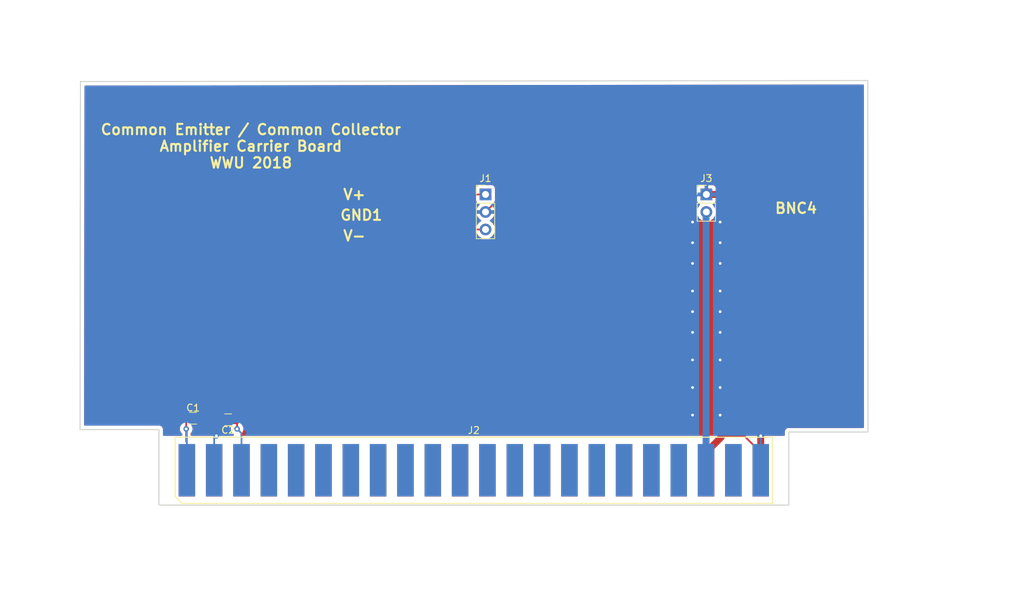
<source format=kicad_pcb>
(kicad_pcb (version 20171130) (host pcbnew 5.0-dev-unknown-997d4de~62~ubuntu17.10.1)

  (general
    (thickness 1.6)
    (drawings 21)
    (tracks 64)
    (zones 0)
    (modules 5)
    (nets 5)
  )

  (page A4)
  (layers
    (0 F.Cu signal)
    (31 B.Cu signal)
    (32 B.Adhes user)
    (33 F.Adhes user)
    (34 B.Paste user)
    (35 F.Paste user)
    (36 B.SilkS user)
    (37 F.SilkS user)
    (38 B.Mask user)
    (39 F.Mask user)
    (40 Dwgs.User user)
    (41 Cmts.User user)
    (42 Eco1.User user)
    (43 Eco2.User user)
    (44 Edge.Cuts user)
    (45 Margin user)
    (46 B.CrtYd user)
    (47 F.CrtYd user)
    (48 B.Fab user)
    (49 F.Fab user)
  )

  (setup
    (last_trace_width 0.25)
    (trace_clearance 0.2)
    (zone_clearance 0.508)
    (zone_45_only no)
    (trace_min 0.2)
    (segment_width 0.2)
    (edge_width 0.15)
    (via_size 0.8)
    (via_drill 0.4)
    (via_min_size 0.4)
    (via_min_drill 0.3)
    (uvia_size 0.3)
    (uvia_drill 0.1)
    (uvias_allowed no)
    (uvia_min_size 0.2)
    (uvia_min_drill 0.1)
    (pcb_text_width 0.3)
    (pcb_text_size 1.5 1.5)
    (mod_edge_width 0.15)
    (mod_text_size 1 1)
    (mod_text_width 0.15)
    (pad_size 1.524 1.524)
    (pad_drill 0.762)
    (pad_to_mask_clearance 0.2)
    (aux_axis_origin 0 0)
    (visible_elements FFFFFF7F)
    (pcbplotparams
      (layerselection 0x010fc_ffffffff)
      (usegerberextensions false)
      (usegerberattributes false)
      (usegerberadvancedattributes false)
      (creategerberjobfile false)
      (excludeedgelayer true)
      (linewidth 0.100000)
      (plotframeref false)
      (viasonmask false)
      (mode 1)
      (useauxorigin false)
      (hpglpennumber 1)
      (hpglpenspeed 20)
      (hpglpendiameter 15)
      (psnegative false)
      (psa4output false)
      (plotreference true)
      (plotvalue true)
      (plotinvisibletext false)
      (padsonsilk false)
      (subtractmaskfromsilk false)
      (outputformat 1)
      (mirror false)
      (drillshape 0)
      (scaleselection 1)
      (outputdirectory Gerbers/))
  )

  (net 0 "")
  (net 1 "Net-(C2-Pad1)")
  (net 2 GND)
  (net 3 "Net-(C1-Pad1)")
  (net 4 "Net-(J2-PadX)")

  (net_class Default "This is the default net class."
    (clearance 0.2)
    (trace_width 0.25)
    (via_dia 0.8)
    (via_drill 0.4)
    (uvia_dia 0.3)
    (uvia_drill 0.1)
    (add_net GND)
    (add_net "Net-(C1-Pad1)")
    (add_net "Net-(C2-Pad1)")
    (add_net "Net-(J2-PadX)")
  )

  (net_class "50 ohm" ""
    (clearance 0.2)
    (trace_width 1)
    (via_dia 0.8)
    (via_drill 0.4)
    (uvia_dia 0.3)
    (uvia_drill 0.1)
  )

  (module Capacitors_SMD:C_0805 (layer F.Cu) (tedit 58AA8463) (tstamp 5A91017B)
    (at 101.625 117.45)
    (descr "Capacitor SMD 0805, reflow soldering, AVX (see smccp.pdf)")
    (tags "capacitor 0805")
    (path /5A8FAE34)
    (attr smd)
    (fp_text reference C1 (at 0 -1.5) (layer F.SilkS)
      (effects (font (size 1 1) (thickness 0.15)))
    )
    (fp_text value "0.1 uF" (at 0 1.75) (layer F.Fab)
      (effects (font (size 1 1) (thickness 0.15)))
    )
    (fp_line (start 1.75 0.87) (end -1.75 0.87) (layer F.CrtYd) (width 0.05))
    (fp_line (start 1.75 0.87) (end 1.75 -0.88) (layer F.CrtYd) (width 0.05))
    (fp_line (start -1.75 -0.88) (end -1.75 0.87) (layer F.CrtYd) (width 0.05))
    (fp_line (start -1.75 -0.88) (end 1.75 -0.88) (layer F.CrtYd) (width 0.05))
    (fp_line (start -0.5 0.85) (end 0.5 0.85) (layer F.SilkS) (width 0.12))
    (fp_line (start 0.5 -0.85) (end -0.5 -0.85) (layer F.SilkS) (width 0.12))
    (fp_line (start -1 -0.62) (end 1 -0.62) (layer F.Fab) (width 0.1))
    (fp_line (start 1 -0.62) (end 1 0.62) (layer F.Fab) (width 0.1))
    (fp_line (start 1 0.62) (end -1 0.62) (layer F.Fab) (width 0.1))
    (fp_line (start -1 0.62) (end -1 -0.62) (layer F.Fab) (width 0.1))
    (fp_text user %R (at 0 -1.5) (layer F.Fab)
      (effects (font (size 1 1) (thickness 0.15)))
    )
    (pad 2 smd rect (at 1 0) (size 1 1.25) (layers F.Cu F.Paste F.Mask)
      (net 2 GND))
    (pad 1 smd rect (at -1 0) (size 1 1.25) (layers F.Cu F.Paste F.Mask)
      (net 3 "Net-(C1-Pad1)"))
    (model Capacitors_SMD.3dshapes/C_0805.wrl
      (at (xyz 0 0 0))
      (scale (xyz 1 1 1))
      (rotate (xyz 0 0 0))
    )
  )

  (module Capacitors_SMD:C_0805 (layer F.Cu) (tedit 58AA8463) (tstamp 5A91018C)
    (at 106.7 117.675 180)
    (descr "Capacitor SMD 0805, reflow soldering, AVX (see smccp.pdf)")
    (tags "capacitor 0805")
    (path /5A906799)
    (attr smd)
    (fp_text reference C2 (at 0 -1.5 180) (layer F.SilkS)
      (effects (font (size 1 1) (thickness 0.15)))
    )
    (fp_text value "0.1 uF" (at 0 1.75 180) (layer F.Fab)
      (effects (font (size 1 1) (thickness 0.15)))
    )
    (fp_text user %R (at 0 -1.5 180) (layer F.Fab)
      (effects (font (size 1 1) (thickness 0.15)))
    )
    (fp_line (start -1 0.62) (end -1 -0.62) (layer F.Fab) (width 0.1))
    (fp_line (start 1 0.62) (end -1 0.62) (layer F.Fab) (width 0.1))
    (fp_line (start 1 -0.62) (end 1 0.62) (layer F.Fab) (width 0.1))
    (fp_line (start -1 -0.62) (end 1 -0.62) (layer F.Fab) (width 0.1))
    (fp_line (start 0.5 -0.85) (end -0.5 -0.85) (layer F.SilkS) (width 0.12))
    (fp_line (start -0.5 0.85) (end 0.5 0.85) (layer F.SilkS) (width 0.12))
    (fp_line (start -1.75 -0.88) (end 1.75 -0.88) (layer F.CrtYd) (width 0.05))
    (fp_line (start -1.75 -0.88) (end -1.75 0.87) (layer F.CrtYd) (width 0.05))
    (fp_line (start 1.75 0.87) (end 1.75 -0.88) (layer F.CrtYd) (width 0.05))
    (fp_line (start 1.75 0.87) (end -1.75 0.87) (layer F.CrtYd) (width 0.05))
    (pad 1 smd rect (at -1 0 180) (size 1 1.25) (layers F.Cu F.Paste F.Mask)
      (net 1 "Net-(C2-Pad1)"))
    (pad 2 smd rect (at 1 0 180) (size 1 1.25) (layers F.Cu F.Paste F.Mask)
      (net 2 GND))
    (model Capacitors_SMD.3dshapes/C_0805.wrl
      (at (xyz 0 0 0))
      (scale (xyz 1 1 1))
      (rotate (xyz 0 0 0))
    )
  )

  (module Pin_Headers:Pin_Header_Straight_1x03_Pitch2.54mm (layer F.Cu) (tedit 59650532) (tstamp 5A90ACC6)
    (at 144 85)
    (descr "Through hole straight pin header, 1x03, 2.54mm pitch, single row")
    (tags "Through hole pin header THT 1x03 2.54mm single row")
    (path /5A913981)
    (fp_text reference J1 (at 0 -2.33) (layer F.SilkS)
      (effects (font (size 1 1) (thickness 0.15)))
    )
    (fp_text value Conn_01x03_Female (at 0 7.41) (layer F.Fab)
      (effects (font (size 1 1) (thickness 0.15)))
    )
    (fp_text user %R (at 0 2.54 90) (layer F.Fab)
      (effects (font (size 1 1) (thickness 0.15)))
    )
    (fp_line (start 1.8 -1.8) (end -1.8 -1.8) (layer F.CrtYd) (width 0.05))
    (fp_line (start 1.8 6.85) (end 1.8 -1.8) (layer F.CrtYd) (width 0.05))
    (fp_line (start -1.8 6.85) (end 1.8 6.85) (layer F.CrtYd) (width 0.05))
    (fp_line (start -1.8 -1.8) (end -1.8 6.85) (layer F.CrtYd) (width 0.05))
    (fp_line (start -1.33 -1.33) (end 0 -1.33) (layer F.SilkS) (width 0.12))
    (fp_line (start -1.33 0) (end -1.33 -1.33) (layer F.SilkS) (width 0.12))
    (fp_line (start -1.33 1.27) (end 1.33 1.27) (layer F.SilkS) (width 0.12))
    (fp_line (start 1.33 1.27) (end 1.33 6.41) (layer F.SilkS) (width 0.12))
    (fp_line (start -1.33 1.27) (end -1.33 6.41) (layer F.SilkS) (width 0.12))
    (fp_line (start -1.33 6.41) (end 1.33 6.41) (layer F.SilkS) (width 0.12))
    (fp_line (start -1.27 -0.635) (end -0.635 -1.27) (layer F.Fab) (width 0.1))
    (fp_line (start -1.27 6.35) (end -1.27 -0.635) (layer F.Fab) (width 0.1))
    (fp_line (start 1.27 6.35) (end -1.27 6.35) (layer F.Fab) (width 0.1))
    (fp_line (start 1.27 -1.27) (end 1.27 6.35) (layer F.Fab) (width 0.1))
    (fp_line (start -0.635 -1.27) (end 1.27 -1.27) (layer F.Fab) (width 0.1))
    (pad 3 thru_hole oval (at 0 5.08) (size 1.7 1.7) (drill 1) (layers *.Cu *.Mask)
      (net 1 "Net-(C2-Pad1)"))
    (pad 2 thru_hole oval (at 0 2.54) (size 1.7 1.7) (drill 1) (layers *.Cu *.Mask)
      (net 2 GND))
    (pad 1 thru_hole rect (at 0 0) (size 1.7 1.7) (drill 1) (layers *.Cu *.Mask)
      (net 3 "Net-(C1-Pad1)"))
    (model ${KISYS3DMOD}/Pin_Headers.3dshapes/Pin_Header_Straight_1x03_Pitch2.54mm.wrl
      (at (xyz 0 0 0))
      (scale (xyz 1 1 1))
      (rotate (xyz 0 0 0))
    )
  )

  (module Carrier:Edge-22-44 (layer F.Cu) (tedit 5A909D6E) (tstamp 5A9101DC)
    (at 142.300001 125.0075)
    (path /5A91658E)
    (attr smd)
    (fp_text reference J2 (at 0 -5.8) (layer F.SilkS)
      (effects (font (size 1 1) (thickness 0.15)))
    )
    (fp_text value Conn_02x22_Top_Bottom (at 0 5.8) (layer F.Fab)
      (effects (font (size 1 1) (thickness 0.15)))
    )
    (fp_line (start -42.275 4.8) (end -43.275 3.8) (layer F.SilkS) (width 0.15))
    (fp_line (start -43.275 3.8) (end -43.275 -4.8) (layer F.SilkS) (width 0.15))
    (fp_line (start -43.275 -4.8) (end 43.275 -4.8) (layer F.SilkS) (width 0.15))
    (fp_line (start 43.275 -4.8) (end 43.275 4.8) (layer F.SilkS) (width 0.15))
    (fp_line (start 43.275 4.8) (end -42.275 4.8) (layer F.SilkS) (width 0.15))
    (fp_line (start -43.35 -4.4) (end 43.35 -4.4) (layer F.CrtYd) (width 0.05))
    (fp_line (start 43.35 -4.4) (end 43.35 4.4) (layer F.CrtYd) (width 0.05))
    (fp_line (start 43.35 4.4) (end -43.35 4.4) (layer F.CrtYd) (width 0.05))
    (fp_line (start -43.35 4.4) (end -43.35 -4.4) (layer F.CrtYd) (width 0.05))
    (pad 1 smd rect (at -41.58 0) (size 2.39 7.6) (layers F.Cu F.Paste F.Mask))
    (pad 2 smd rect (at -37.62 0) (size 2.39 7.6) (layers F.Cu F.Paste F.Mask))
    (pad 3 smd rect (at -33.66 0) (size 2.39 7.6) (layers F.Cu F.Paste F.Mask))
    (pad 4 smd rect (at -29.7 0) (size 2.39 7.6) (layers F.Cu F.Paste F.Mask))
    (pad 5 smd rect (at -25.74 0) (size 2.39 7.6) (layers F.Cu F.Paste F.Mask))
    (pad 6 smd rect (at -21.78 0) (size 2.39 7.6) (layers F.Cu F.Paste F.Mask))
    (pad 7 smd rect (at -17.82 0) (size 2.39 7.6) (layers F.Cu F.Paste F.Mask))
    (pad 8 smd rect (at -13.86 0) (size 2.39 7.6) (layers F.Cu F.Paste F.Mask))
    (pad 9 smd rect (at -9.9 0) (size 2.39 7.6) (layers F.Cu F.Paste F.Mask))
    (pad 10 smd rect (at -5.94 0) (size 2.39 7.6) (layers F.Cu F.Paste F.Mask))
    (pad 11 smd rect (at -1.98 0) (size 2.39 7.6) (layers F.Cu F.Paste F.Mask))
    (pad 12 smd rect (at 1.98 0) (size 2.39 7.6) (layers F.Cu F.Paste F.Mask))
    (pad 13 smd rect (at 5.94 0) (size 2.39 7.6) (layers F.Cu F.Paste F.Mask))
    (pad 14 smd rect (at 9.9 0) (size 2.39 7.6) (layers F.Cu F.Paste F.Mask))
    (pad 15 smd rect (at 13.86 0) (size 2.39 7.6) (layers F.Cu F.Paste F.Mask))
    (pad 16 smd rect (at 17.82 0) (size 2.39 7.6) (layers F.Cu F.Paste F.Mask))
    (pad 17 smd rect (at 21.78 0) (size 2.39 7.6) (layers F.Cu F.Paste F.Mask))
    (pad 18 smd rect (at 25.74 0) (size 2.39 7.6) (layers F.Cu F.Paste F.Mask))
    (pad 19 smd rect (at 29.7 0) (size 2.39 7.6) (layers F.Cu F.Paste F.Mask))
    (pad 20 smd rect (at 33.66 0) (size 2.39 7.6) (layers F.Cu F.Paste F.Mask)
      (net 2 GND))
    (pad 21 smd rect (at 37.62 0) (size 2.39 7.6) (layers F.Cu F.Paste F.Mask))
    (pad 22 smd rect (at 41.58 0) (size 2.39 7.6) (layers F.Cu F.Paste F.Mask)
      (net 2 GND))
    (pad Y smd rect (at 37.62 -0.017678) (size 2.39 7.6) (layers B.Cu B.Paste B.Mask))
    (pad A smd rect (at -41.58 -0.017678) (size 2.39 7.6) (layers B.Cu B.Paste B.Mask)
      (net 3 "Net-(C1-Pad1)"))
    (pad H smd rect (at -17.82 -0.017678) (size 2.39 7.6) (layers B.Cu B.Paste B.Mask))
    (pad B smd rect (at -37.62 -0.017678) (size 2.39 7.6) (layers B.Cu B.Paste B.Mask)
      (net 2 GND))
    (pad Z smd rect (at 41.58 -0.017678) (size 2.39 7.6) (layers B.Cu B.Paste B.Mask)
      (net 2 GND))
    (pad R smd rect (at 9.9 -0.017678) (size 2.39 7.6) (layers B.Cu B.Paste B.Mask))
    (pad L smd rect (at -5.94 -0.017678) (size 2.39 7.6) (layers B.Cu B.Paste B.Mask))
    (pad J smd rect (at -13.86 -0.017678) (size 2.39 7.6) (layers B.Cu B.Paste B.Mask))
    (pad E smd rect (at -25.74 -0.017678) (size 2.39 7.6) (layers B.Cu B.Paste B.Mask))
    (pad C smd rect (at -33.66 -0.017678) (size 2.39 7.6) (layers B.Cu B.Paste B.Mask)
      (net 1 "Net-(C2-Pad1)"))
    (pad D smd rect (at -29.7 -0.017678) (size 2.39 7.6) (layers B.Cu B.Paste B.Mask))
    (pad W smd rect (at 29.7 -0.017678) (size 2.39 7.6) (layers B.Cu B.Paste B.Mask))
    (pad T smd rect (at 17.82 -0.017678) (size 2.39 7.6) (layers B.Cu B.Paste B.Mask))
    (pad K smd rect (at -9.9 -0.017678) (size 2.39 7.6) (layers B.Cu B.Paste B.Mask))
    (pad X smd rect (at 33.66 -0.017678) (size 2.39 7.6) (layers B.Cu B.Paste B.Mask)
      (net 4 "Net-(J2-PadX)"))
    (pad M smd rect (at -1.98 -0.017678) (size 2.39 7.6) (layers B.Cu B.Paste B.Mask))
    (pad S smd rect (at 13.86 -0.017678) (size 2.39 7.6) (layers B.Cu B.Paste B.Mask))
    (pad N smd rect (at 1.98 -0.017678) (size 2.39 7.6) (layers B.Cu B.Paste B.Mask))
    (pad P smd rect (at 5.94 -0.017678) (size 2.39 7.6) (layers B.Cu B.Paste B.Mask))
    (pad U smd rect (at 21.78 -0.017678) (size 2.39 7.6) (layers B.Cu B.Paste B.Mask))
    (pad F smd rect (at -21.78 -0.017678) (size 2.39 7.6) (layers B.Cu B.Paste B.Mask))
    (pad V smd rect (at 25.74 -0.017678) (size 2.39 7.6) (layers B.Cu B.Paste B.Mask))
  )

  (module Pin_Headers:Pin_Header_Straight_1x02_Pitch2.54mm (layer F.Cu) (tedit 59650532) (tstamp 5A90A948)
    (at 176 85)
    (descr "Through hole straight pin header, 1x02, 2.54mm pitch, single row")
    (tags "Through hole pin header THT 1x02 2.54mm single row")
    (path /5A8FACE1)
    (fp_text reference J3 (at 0 -2.33) (layer F.SilkS)
      (effects (font (size 1 1) (thickness 0.15)))
    )
    (fp_text value Conn_01x02_Female (at 0 4.87) (layer F.Fab)
      (effects (font (size 1 1) (thickness 0.15)))
    )
    (fp_text user %R (at 0 1.27 90) (layer F.Fab)
      (effects (font (size 1 1) (thickness 0.15)))
    )
    (fp_line (start 1.8 -1.8) (end -1.8 -1.8) (layer F.CrtYd) (width 0.05))
    (fp_line (start 1.8 4.35) (end 1.8 -1.8) (layer F.CrtYd) (width 0.05))
    (fp_line (start -1.8 4.35) (end 1.8 4.35) (layer F.CrtYd) (width 0.05))
    (fp_line (start -1.8 -1.8) (end -1.8 4.35) (layer F.CrtYd) (width 0.05))
    (fp_line (start -1.33 -1.33) (end 0 -1.33) (layer F.SilkS) (width 0.12))
    (fp_line (start -1.33 0) (end -1.33 -1.33) (layer F.SilkS) (width 0.12))
    (fp_line (start -1.33 1.27) (end 1.33 1.27) (layer F.SilkS) (width 0.12))
    (fp_line (start 1.33 1.27) (end 1.33 3.87) (layer F.SilkS) (width 0.12))
    (fp_line (start -1.33 1.27) (end -1.33 3.87) (layer F.SilkS) (width 0.12))
    (fp_line (start -1.33 3.87) (end 1.33 3.87) (layer F.SilkS) (width 0.12))
    (fp_line (start -1.27 -0.635) (end -0.635 -1.27) (layer F.Fab) (width 0.1))
    (fp_line (start -1.27 3.81) (end -1.27 -0.635) (layer F.Fab) (width 0.1))
    (fp_line (start 1.27 3.81) (end -1.27 3.81) (layer F.Fab) (width 0.1))
    (fp_line (start 1.27 -1.27) (end 1.27 3.81) (layer F.Fab) (width 0.1))
    (fp_line (start -0.635 -1.27) (end 1.27 -1.27) (layer F.Fab) (width 0.1))
    (pad 2 thru_hole oval (at 0 2.54) (size 1.7 1.7) (drill 1) (layers *.Cu *.Mask)
      (net 4 "Net-(J2-PadX)"))
    (pad 1 thru_hole rect (at 0 0) (size 1.7 1.7) (drill 1) (layers *.Cu *.Mask)
      (net 2 GND))
    (model ${KISYS3DMOD}/Pin_Headers.3dshapes/Pin_Header_Straight_1x02_Pitch2.54mm.wrl
      (at (xyz 0 0 0))
      (scale (xyz 1 1 1))
      (rotate (xyz 0 0 0))
    )
  )

  (gr_text BNC4 (at 189 87) (layer F.SilkS)
    (effects (font (size 1.5 1.5) (thickness 0.3)))
  )
  (gr_text V- (at 125 91) (layer F.SilkS)
    (effects (font (size 1.5 1.5) (thickness 0.3)))
  )
  (gr_text GND1 (at 126 88) (layer F.SilkS)
    (effects (font (size 1.5 1.5) (thickness 0.3)))
  )
  (gr_text V+ (at 125 85) (layer F.SilkS)
    (effects (font (size 1.5 1.5) (thickness 0.3)))
  )
  (gr_line (start 199.4 68.475) (end 85.3 68.625) (layer Edge.Cuts) (width 0.15))
  (gr_text "Common Emitter / Common Collector\nAmplifier Carrier Board\nWWU 2018" (at 110 78) (layer F.SilkS)
    (effects (font (size 1.5 1.5) (thickness 0.3)))
  )
  (dimension 115 (width 0.3) (layer F.Fab)
    (gr_text "115.000 mm" (at 142.5 58.65) (layer F.Fab)
      (effects (font (size 1.5 1.5) (thickness 0.3)))
    )
    (feature1 (pts (xy 85 68) (xy 85 57.3)))
    (feature2 (pts (xy 200 68) (xy 200 57.3)))
    (crossbar (pts (xy 200 60) (xy 85 60)))
    (arrow1a (pts (xy 85 60) (xy 86.126504 59.413579)))
    (arrow1b (pts (xy 85 60) (xy 86.126504 60.586421)))
    (arrow2a (pts (xy 200 60) (xy 198.873496 59.413579)))
    (arrow2b (pts (xy 200 60) (xy 198.873496 60.586421)))
  )
  (dimension 62 (width 0.3) (layer F.Fab)
    (gr_text "62.000 mm" (at 219.35 99 90) (layer F.Fab)
      (effects (font (size 1.5 1.5) (thickness 0.3)))
    )
    (feature1 (pts (xy 200 68) (xy 220.7 68)))
    (feature2 (pts (xy 200 130) (xy 220.7 130)))
    (crossbar (pts (xy 218 130) (xy 218 68)))
    (arrow1a (pts (xy 218 68) (xy 218.586421 69.126504)))
    (arrow1b (pts (xy 218 68) (xy 217.413579 69.126504)))
    (arrow2a (pts (xy 218 130) (xy 218.586421 128.873496)))
    (arrow2b (pts (xy 218 130) (xy 217.413579 128.873496)))
  )
  (dimension 50.8 (width 0.3) (layer F.Fab) (tstamp 5A91045F)
    (gr_text "2.0000 in" (at 200.242421 93.937894 90) (layer F.Fab) (tstamp 5A91045F)
      (effects (font (size 1.5 1.5) (thickness 0.3)))
    )
    (feature1 (pts (xy 206.672421 68.537894) (xy 198.892421 68.537894)))
    (feature2 (pts (xy 206.672421 119.337894) (xy 198.892421 119.337894)))
    (crossbar (pts (xy 201.592421 119.337894) (xy 201.592421 68.537894)))
    (arrow1a (pts (xy 201.592421 68.537894) (xy 202.178842 69.664398)))
    (arrow1b (pts (xy 201.592421 68.537894) (xy 201.006 69.664398)))
    (arrow2a (pts (xy 201.592421 119.337894) (xy 202.178842 118.21139)))
    (arrow2b (pts (xy 201.592421 119.337894) (xy 201.006 118.21139)))
  )
  (dimension 50.8 (width 0.3) (layer F.Fab)
    (gr_text "2.0000 in" (at 79.93 93.98 90) (layer F.Fab)
      (effects (font (size 1.5 1.5) (thickness 0.3)))
    )
    (feature1 (pts (xy 86.36 68.58) (xy 78.58 68.58)))
    (feature2 (pts (xy 86.36 119.38) (xy 78.58 119.38)))
    (crossbar (pts (xy 81.28 119.38) (xy 81.28 68.58)))
    (arrow1a (pts (xy 81.28 68.58) (xy 81.866421 69.706504)))
    (arrow1b (pts (xy 81.28 68.58) (xy 80.693579 69.706504)))
    (arrow2a (pts (xy 81.28 119.38) (xy 81.866421 118.253496)))
    (arrow2b (pts (xy 81.28 119.38) (xy 80.693579 118.253496)))
  )
  (gr_line (start 85.25 119.1) (end 85.3 68.625) (layer Edge.Cuts) (width 0.15))
  (gr_line (start 96.675 119.1) (end 85.25 119.1) (layer Edge.Cuts) (width 0.15))
  (gr_line (start 96.675 130.05) (end 96.675 119.1) (layer Edge.Cuts) (width 0.15))
  (gr_line (start 199.425 119.45) (end 199.4 68.475) (layer Edge.Cuts) (width 0.15))
  (gr_line (start 187.95 119.45) (end 199.425 119.45) (layer Edge.Cuts) (width 0.15))
  (dimension 57.12535 (width 0.3) (layer F.Fab) (tstamp 5A910436)
    (gr_text "57.125 mm" (at 113.801113 117.753683 359.7994029) (layer F.Fab) (tstamp 5A910436)
      (effects (font (size 1.5 1.5) (thickness 0.3)))
    )
    (feature1 (pts (xy 142.278476 142.17104) (xy 142.36834 116.503692)))
    (feature2 (pts (xy 85.153476 141.97104) (xy 85.24334 116.303692)))
    (crossbar (pts (xy 85.233887 119.003675) (xy 142.358887 119.203675)))
    (arrow1a (pts (xy 142.358887 119.203675) (xy 141.230337 119.786148)))
    (arrow1b (pts (xy 142.358887 119.203675) (xy 141.234443 118.613314)))
    (arrow2a (pts (xy 85.233887 119.003675) (xy 86.358331 119.594036)))
    (arrow2b (pts (xy 85.233887 119.003675) (xy 86.362437 118.421202)))
  )
  (dimension 57.12535 (width 0.3) (layer F.Fab) (tstamp 5A910431)
    (gr_text "57.125 mm" (at 170.922637 117.957643 359.7994029) (layer F.Fab) (tstamp 5A910431)
      (effects (font (size 1.5 1.5) (thickness 0.3)))
    )
    (feature1 (pts (xy 199.4 142.375) (xy 199.489864 116.707652)))
    (feature2 (pts (xy 142.275 142.175) (xy 142.364864 116.507652)))
    (crossbar (pts (xy 142.355411 119.207635) (xy 199.480411 119.407635)))
    (arrow1a (pts (xy 199.480411 119.407635) (xy 198.351861 119.990108)))
    (arrow1b (pts (xy 199.480411 119.407635) (xy 198.355967 118.817274)))
    (arrow2a (pts (xy 142.355411 119.207635) (xy 143.479855 119.797996)))
    (arrow2b (pts (xy 142.355411 119.207635) (xy 143.483961 118.625162)))
  )
  (gr_line (start 187.95 130.05) (end 187.95 119.45) (layer Edge.Cuts) (width 0.15))
  (gr_line (start 96.675 130.05) (end 187.95 130.05) (layer Edge.Cuts) (width 0.15))
  (dimension 45.65 (width 0.3) (layer F.Fab)
    (gr_text "45.650 mm" (at 165.125 140.775) (layer F.Fab)
      (effects (font (size 1.5 1.5) (thickness 0.3)))
    )
    (feature1 (pts (xy 187.95 129.725) (xy 187.95 142.125)))
    (feature2 (pts (xy 142.3 129.725) (xy 142.3 142.125)))
    (crossbar (pts (xy 142.3 139.425) (xy 187.95 139.425)))
    (arrow1a (pts (xy 187.95 139.425) (xy 186.823496 140.011421)))
    (arrow1b (pts (xy 187.95 139.425) (xy 186.823496 138.838579)))
    (arrow2a (pts (xy 142.3 139.425) (xy 143.426504 140.011421)))
    (arrow2b (pts (xy 142.3 139.425) (xy 143.426504 138.838579)))
  )
  (dimension 45.650007 (width 0.3) (layer F.Fab)
    (gr_text "45.650 mm" (at 119.481065 140.787456 0.03137775125) (layer F.Fab)
      (effects (font (size 1.5 1.5) (thickness 0.3)))
    )
    (feature1 (pts (xy 96.65 129.725) (xy 96.656805 142.149956)))
    (feature2 (pts (xy 142.3 129.7) (xy 142.306805 142.124956)))
    (crossbar (pts (xy 142.305326 139.424956) (xy 96.655326 139.449956)))
    (arrow1a (pts (xy 96.655326 139.449956) (xy 97.781508 138.862918)))
    (arrow1b (pts (xy 96.655326 139.449956) (xy 97.782151 140.03576)))
    (arrow2a (pts (xy 142.305326 139.424956) (xy 141.178501 138.839152)))
    (arrow2b (pts (xy 142.305326 139.424956) (xy 141.179144 140.011994)))
  )

  (segment (start 108 119) (end 108 117.975) (width 0.25) (layer F.Cu) (net 1))
  (segment (start 108 117.975) (end 107.7 117.675) (width 0.25) (layer F.Cu) (net 1))
  (segment (start 108.640001 119.640001) (end 108 119) (width 0.25) (layer B.Cu) (net 1))
  (segment (start 108.640001 124.989822) (end 108.640001 119.640001) (width 0.25) (layer B.Cu) (net 1))
  (via (at 108 119) (size 0.8) (drill 0.4) (layers F.Cu B.Cu) (net 1))
  (segment (start 144 90.08) (end 135.17 90.08) (width 0.25) (layer F.Cu) (net 1))
  (segment (start 135.17 90.08) (end 107.7 117.55) (width 0.25) (layer F.Cu) (net 1))
  (segment (start 107.7 117.55) (end 107.7 117.675) (width 0.25) (layer F.Cu) (net 1))
  (via (at 178 117) (size 0.8) (drill 0.4) (layers F.Cu B.Cu) (net 2))
  (via (at 178 113) (size 0.8) (drill 0.4) (layers F.Cu B.Cu) (net 2))
  (via (at 178 109) (size 0.8) (drill 0.4) (layers F.Cu B.Cu) (net 2))
  (via (at 178 105) (size 0.8) (drill 0.4) (layers F.Cu B.Cu) (net 2))
  (via (at 178 102) (size 0.8) (drill 0.4) (layers F.Cu B.Cu) (net 2))
  (via (at 178 99) (size 0.8) (drill 0.4) (layers F.Cu B.Cu) (net 2))
  (via (at 178 95) (size 0.8) (drill 0.4) (layers F.Cu B.Cu) (net 2))
  (via (at 178 92) (size 0.8) (drill 0.4) (layers F.Cu B.Cu) (net 2))
  (via (at 178 89) (size 0.8) (drill 0.4) (layers F.Cu B.Cu) (net 2))
  (segment (start 178.155001 120.2075) (end 178.362501 120) (width 0.25) (layer F.Cu) (net 2))
  (segment (start 178.362501 120) (end 181.477501 120) (width 0.25) (layer F.Cu) (net 2))
  (segment (start 181.477501 120) (end 183.880001 122.4025) (width 0.25) (layer F.Cu) (net 2))
  (segment (start 183.880001 122.4025) (end 183.880001 125.0075) (width 0.25) (layer F.Cu) (net 2))
  (via (at 174 117) (size 0.8) (drill 0.4) (layers F.Cu B.Cu) (net 2))
  (via (at 174 113) (size 0.8) (drill 0.4) (layers F.Cu B.Cu) (net 2))
  (via (at 174 109) (size 0.8) (drill 0.4) (layers F.Cu B.Cu) (net 2))
  (via (at 174 105) (size 0.8) (drill 0.4) (layers F.Cu B.Cu) (net 2))
  (via (at 174 102) (size 0.8) (drill 0.4) (layers F.Cu B.Cu) (net 2))
  (via (at 174 99) (size 0.8) (drill 0.4) (layers F.Cu B.Cu) (net 2))
  (via (at 174 95) (size 0.8) (drill 0.4) (layers F.Cu B.Cu) (net 2))
  (via (at 174 92) (size 0.8) (drill 0.4) (layers F.Cu B.Cu) (net 2))
  (via (at 174 89) (size 0.8) (drill 0.4) (layers F.Cu B.Cu) (net 2))
  (segment (start 183.880001 120) (end 183.880001 91.030001) (width 1) (layer F.Cu) (net 2))
  (segment (start 183.880001 124.989822) (end 183.880001 120) (width 0.25) (layer B.Cu) (net 2))
  (via (at 183.880001 120) (size 0.8) (drill 0.4) (layers F.Cu B.Cu) (net 2))
  (segment (start 183.880001 125.0075) (end 183.880001 120) (width 1) (layer F.Cu) (net 2))
  (segment (start 144 87.54) (end 146.54 85) (width 0.25) (layer F.Cu) (net 2))
  (segment (start 146.54 85) (end 176 85) (width 0.25) (layer F.Cu) (net 2))
  (segment (start 105.7 117.675) (end 105.7 117.55) (width 0.25) (layer F.Cu) (net 2))
  (segment (start 105.7 117.55) (end 135.71 87.54) (width 0.25) (layer F.Cu) (net 2))
  (segment (start 135.71 87.54) (end 142.797919 87.54) (width 0.25) (layer F.Cu) (net 2))
  (segment (start 142.797919 87.54) (end 144 87.54) (width 0.25) (layer F.Cu) (net 2))
  (segment (start 102.625 117.45) (end 105.475 117.45) (width 0.25) (layer F.Cu) (net 2))
  (segment (start 105.475 117.45) (end 105.7 117.675) (width 0.25) (layer F.Cu) (net 2))
  (segment (start 105 120) (end 105.7 119.3) (width 0.25) (layer F.Cu) (net 2))
  (segment (start 105.7 119.3) (end 105.7 117.675) (width 0.25) (layer F.Cu) (net 2))
  (segment (start 104.680001 120.319999) (end 105 120) (width 0.25) (layer B.Cu) (net 2))
  (segment (start 104.680001 124.989822) (end 104.680001 120.319999) (width 0.25) (layer B.Cu) (net 2))
  (via (at 105 120) (size 0.8) (drill 0.4) (layers F.Cu B.Cu) (net 2))
  (segment (start 175.960001 125.0075) (end 175.960001 122.4025) (width 1) (layer F.Cu) (net 2))
  (segment (start 175.960001 122.4025) (end 178.155001 120.2075) (width 1) (layer F.Cu) (net 2))
  (segment (start 177.85 85) (end 176 85) (width 1) (layer F.Cu) (net 2))
  (segment (start 178.155001 85.305001) (end 177.85 85) (width 1) (layer F.Cu) (net 2))
  (segment (start 183.880001 91.030001) (end 177.85 85) (width 1) (layer F.Cu) (net 2))
  (segment (start 183.880001 122.4025) (end 183.477501 122) (width 0.25) (layer F.Cu) (net 2))
  (segment (start 183.477501 122) (end 183 122) (width 0.25) (layer F.Cu) (net 2))
  (segment (start 100.625 119) (end 100.625 120.882499) (width 0.25) (layer F.Cu) (net 3))
  (segment (start 100.625 117.45) (end 100.625 119) (width 0.25) (layer F.Cu) (net 3))
  (segment (start 100.720001 124.989822) (end 100.720001 119.095001) (width 0.25) (layer B.Cu) (net 3))
  (via (at 100.625 119) (size 0.8) (drill 0.4) (layers F.Cu B.Cu) (net 3))
  (segment (start 100.720001 119.095001) (end 100.625 119) (width 0.25) (layer B.Cu) (net 3))
  (segment (start 144 85) (end 132.95 85) (width 0.25) (layer F.Cu) (net 3))
  (segment (start 100.625 117.325) (end 100.625 117.45) (width 0.25) (layer F.Cu) (net 3))
  (segment (start 132.95 85) (end 100.625 117.325) (width 0.25) (layer F.Cu) (net 3))
  (segment (start 175.960001 124.989822) (end 175.960001 87.579999) (width 1) (layer B.Cu) (net 4))
  (segment (start 175.960001 87.579999) (end 176 87.54) (width 1) (layer B.Cu) (net 4))

  (zone (net 2) (net_name GND) (layer F.Cu) (tstamp 0) (hatch edge 0.508)
    (connect_pads (clearance 0.508))
    (min_thickness 0.254)
    (fill yes (arc_segments 16) (thermal_gap 0.508) (thermal_bridge_width 0.508))
    (polygon
      (pts
        (xy 199 120) (xy 85 120) (xy 85 69) (xy 199 69)
      )
    )
    (filled_polygon
      (pts
        (xy 198.714652 118.74) (xy 188.019926 118.74) (xy 187.95 118.726091) (xy 187.880075 118.74) (xy 187.880074 118.74)
        (xy 187.672972 118.781195) (xy 187.438119 118.938119) (xy 187.281195 119.172972) (xy 187.226091 119.45) (xy 187.240001 119.519931)
        (xy 187.240001 119.873) (xy 108.590711 119.873) (xy 108.877431 119.58628) (xy 109.035 119.205874) (xy 109.035 118.794126)
        (xy 108.877431 118.41372) (xy 108.833549 118.369838) (xy 108.84744 118.3) (xy 108.84744 117.477361) (xy 135.484802 90.84)
        (xy 142.721822 90.84) (xy 142.929375 91.150625) (xy 143.420582 91.478839) (xy 143.853744 91.565) (xy 144.146256 91.565)
        (xy 144.579418 91.478839) (xy 145.070625 91.150625) (xy 145.398839 90.659418) (xy 145.514092 90.08) (xy 145.398839 89.500582)
        (xy 145.070625 89.009375) (xy 144.751522 88.796157) (xy 144.881358 88.735183) (xy 145.271645 88.306924) (xy 145.441476 87.89689)
        (xy 145.320155 87.667) (xy 144.127 87.667) (xy 144.127 87.687) (xy 143.873 87.687) (xy 143.873 87.667)
        (xy 142.679845 87.667) (xy 142.558524 87.89689) (xy 142.728355 88.306924) (xy 143.118642 88.735183) (xy 143.248478 88.796157)
        (xy 142.929375 89.009375) (xy 142.721822 89.32) (xy 135.244848 89.32) (xy 135.17 89.305112) (xy 135.095152 89.32)
        (xy 135.095148 89.32) (xy 134.873463 89.364096) (xy 134.622071 89.532071) (xy 134.579671 89.595527) (xy 107.772639 116.40256)
        (xy 107.2 116.40256) (xy 106.952235 116.451843) (xy 106.742191 116.592191) (xy 106.701346 116.65332) (xy 106.559698 116.511673)
        (xy 106.326309 116.415) (xy 105.98575 116.415) (xy 105.827 116.57375) (xy 105.827 117.548) (xy 105.847 117.548)
        (xy 105.847 117.802) (xy 105.827 117.802) (xy 105.827 118.77625) (xy 105.98575 118.935) (xy 106.326309 118.935)
        (xy 106.559698 118.838327) (xy 106.701346 118.69668) (xy 106.742191 118.757809) (xy 106.952235 118.898157) (xy 106.965 118.900696)
        (xy 106.965 119.205874) (xy 107.122569 119.58628) (xy 107.409289 119.873) (xy 101.385 119.873) (xy 101.385 119.703711)
        (xy 101.502431 119.58628) (xy 101.66 119.205874) (xy 101.66 118.794126) (xy 101.55849 118.549059) (xy 101.582809 118.532809)
        (xy 101.623654 118.47168) (xy 101.765302 118.613327) (xy 101.998691 118.71) (xy 102.33925 118.71) (xy 102.498 118.55125)
        (xy 102.498 117.577) (xy 102.752 117.577) (xy 102.752 118.55125) (xy 102.91075 118.71) (xy 103.251309 118.71)
        (xy 103.484698 118.613327) (xy 103.663327 118.434699) (xy 103.76 118.20131) (xy 103.76 117.96075) (xy 104.565 117.96075)
        (xy 104.565 118.42631) (xy 104.661673 118.659699) (xy 104.840302 118.838327) (xy 105.073691 118.935) (xy 105.41425 118.935)
        (xy 105.573 118.77625) (xy 105.573 117.802) (xy 104.72375 117.802) (xy 104.565 117.96075) (xy 103.76 117.96075)
        (xy 103.76 117.73575) (xy 103.60125 117.577) (xy 102.752 117.577) (xy 102.498 117.577) (xy 102.478 117.577)
        (xy 102.478 117.323) (xy 102.498 117.323) (xy 102.498 117.303) (xy 102.752 117.303) (xy 102.752 117.323)
        (xy 103.60125 117.323) (xy 103.76 117.16425) (xy 103.76 116.92369) (xy 104.565 116.92369) (xy 104.565 117.38925)
        (xy 104.72375 117.548) (xy 105.573 117.548) (xy 105.573 116.57375) (xy 105.41425 116.415) (xy 105.073691 116.415)
        (xy 104.840302 116.511673) (xy 104.661673 116.690301) (xy 104.565 116.92369) (xy 103.76 116.92369) (xy 103.76 116.69869)
        (xy 103.663327 116.465301) (xy 103.484698 116.286673) (xy 103.251309 116.19) (xy 102.91075 116.19) (xy 102.752002 116.348748)
        (xy 102.752002 116.272799) (xy 131.484802 87.54) (xy 174.485908 87.54) (xy 174.601161 88.119418) (xy 174.929375 88.610625)
        (xy 175.420582 88.938839) (xy 175.853744 89.025) (xy 176.146256 89.025) (xy 176.579418 88.938839) (xy 177.070625 88.610625)
        (xy 177.398839 88.119418) (xy 177.514092 87.54) (xy 177.398839 86.960582) (xy 177.070625 86.469375) (xy 177.048967 86.454904)
        (xy 177.209698 86.388327) (xy 177.388327 86.209699) (xy 177.485 85.97631) (xy 177.485 85.28575) (xy 177.32625 85.127)
        (xy 176.127 85.127) (xy 176.127 85.147) (xy 175.873 85.147) (xy 175.873 85.127) (xy 174.67375 85.127)
        (xy 174.515 85.28575) (xy 174.515 85.97631) (xy 174.611673 86.209699) (xy 174.790302 86.388327) (xy 174.951033 86.454904)
        (xy 174.929375 86.469375) (xy 174.601161 86.960582) (xy 174.485908 87.54) (xy 131.484802 87.54) (xy 133.264803 85.76)
        (xy 142.50256 85.76) (xy 142.50256 85.85) (xy 142.551843 86.097765) (xy 142.692191 86.307809) (xy 142.902235 86.448157)
        (xy 143.005708 86.468739) (xy 142.728355 86.773076) (xy 142.558524 87.18311) (xy 142.679845 87.413) (xy 143.873 87.413)
        (xy 143.873 87.393) (xy 144.127 87.393) (xy 144.127 87.413) (xy 145.320155 87.413) (xy 145.441476 87.18311)
        (xy 145.271645 86.773076) (xy 144.994292 86.468739) (xy 145.097765 86.448157) (xy 145.307809 86.307809) (xy 145.448157 86.097765)
        (xy 145.49744 85.85) (xy 145.49744 84.15) (xy 145.472316 84.02369) (xy 174.515 84.02369) (xy 174.515 84.71425)
        (xy 174.67375 84.873) (xy 175.873 84.873) (xy 175.873 83.67375) (xy 176.127 83.67375) (xy 176.127 84.873)
        (xy 177.32625 84.873) (xy 177.485 84.71425) (xy 177.485 84.02369) (xy 177.388327 83.790301) (xy 177.209698 83.611673)
        (xy 176.976309 83.515) (xy 176.28575 83.515) (xy 176.127 83.67375) (xy 175.873 83.67375) (xy 175.71425 83.515)
        (xy 175.023691 83.515) (xy 174.790302 83.611673) (xy 174.611673 83.790301) (xy 174.515 84.02369) (xy 145.472316 84.02369)
        (xy 145.448157 83.902235) (xy 145.307809 83.692191) (xy 145.097765 83.551843) (xy 144.85 83.50256) (xy 143.15 83.50256)
        (xy 142.902235 83.551843) (xy 142.692191 83.692191) (xy 142.551843 83.902235) (xy 142.50256 84.15) (xy 142.50256 84.24)
        (xy 133.024846 84.24) (xy 132.949999 84.225112) (xy 132.875152 84.24) (xy 132.875148 84.24) (xy 132.653463 84.284096)
        (xy 132.653461 84.284097) (xy 132.653462 84.284097) (xy 132.465526 84.409671) (xy 132.465524 84.409673) (xy 132.402071 84.452071)
        (xy 132.359673 84.515524) (xy 100.697639 116.17756) (xy 100.125 116.17756) (xy 99.877235 116.226843) (xy 99.667191 116.367191)
        (xy 99.526843 116.577235) (xy 99.47756 116.825) (xy 99.47756 118.075) (xy 99.526843 118.322765) (xy 99.667191 118.532809)
        (xy 99.69151 118.549059) (xy 99.59 118.794126) (xy 99.59 119.205874) (xy 99.747569 119.58628) (xy 99.865 119.703711)
        (xy 99.865 119.873) (xy 97.385 119.873) (xy 97.385 119.169926) (xy 97.398909 119.1) (xy 97.343805 118.822972)
        (xy 97.186881 118.588119) (xy 96.952028 118.431195) (xy 96.744926 118.39) (xy 96.675 118.376091) (xy 96.605075 118.39)
        (xy 85.960703 118.39) (xy 86.009297 69.334068) (xy 198.690349 69.185933)
      )
    )
  )
  (zone (net 2) (net_name GND) (layer B.Cu) (tstamp 0) (hatch edge 0.508)
    (connect_pads (clearance 0.508))
    (min_thickness 0.254)
    (fill yes (arc_segments 16) (thermal_gap 0.508) (thermal_bridge_width 0.508))
    (polygon
      (pts
        (xy 200 69) (xy 200 120) (xy 85 120) (xy 85 69)
      )
    )
    (filled_polygon
      (pts
        (xy 198.714652 118.74) (xy 188.019926 118.74) (xy 187.95 118.726091) (xy 187.880075 118.74) (xy 187.880074 118.74)
        (xy 187.672972 118.781195) (xy 187.438119 118.938119) (xy 187.281195 119.172972) (xy 187.226091 119.45) (xy 187.240001 119.519931)
        (xy 187.240001 119.873) (xy 177.095001 119.873) (xy 177.095001 88.574144) (xy 177.398839 88.119418) (xy 177.514092 87.54)
        (xy 177.398839 86.960582) (xy 177.070625 86.469375) (xy 177.048967 86.454904) (xy 177.209698 86.388327) (xy 177.388327 86.209699)
        (xy 177.485 85.97631) (xy 177.485 85.28575) (xy 177.32625 85.127) (xy 176.127 85.127) (xy 176.127 85.147)
        (xy 175.873 85.147) (xy 175.873 85.127) (xy 174.67375 85.127) (xy 174.515 85.28575) (xy 174.515 85.97631)
        (xy 174.611673 86.209699) (xy 174.790302 86.388327) (xy 174.951033 86.454904) (xy 174.929375 86.469375) (xy 174.601161 86.960582)
        (xy 174.485908 87.54) (xy 174.601161 88.119418) (xy 174.825002 88.45442) (xy 174.825001 119.873) (xy 109.400001 119.873)
        (xy 109.400001 119.714847) (xy 109.414889 119.64) (xy 109.400001 119.565153) (xy 109.400001 119.565149) (xy 109.355905 119.343464)
        (xy 109.18793 119.092072) (xy 109.124474 119.049672) (xy 109.035 118.960198) (xy 109.035 118.794126) (xy 108.877431 118.41372)
        (xy 108.58628 118.122569) (xy 108.205874 117.965) (xy 107.794126 117.965) (xy 107.41372 118.122569) (xy 107.122569 118.41372)
        (xy 106.965 118.794126) (xy 106.965 119.205874) (xy 107.122569 119.58628) (xy 107.409289 119.873) (xy 101.480001 119.873)
        (xy 101.480001 119.60871) (xy 101.502431 119.58628) (xy 101.66 119.205874) (xy 101.66 118.794126) (xy 101.502431 118.41372)
        (xy 101.21128 118.122569) (xy 100.830874 117.965) (xy 100.419126 117.965) (xy 100.03872 118.122569) (xy 99.747569 118.41372)
        (xy 99.59 118.794126) (xy 99.59 119.205874) (xy 99.747569 119.58628) (xy 99.960002 119.798713) (xy 99.960002 119.873)
        (xy 97.385 119.873) (xy 97.385 119.169926) (xy 97.398909 119.1) (xy 97.343805 118.822972) (xy 97.186881 118.588119)
        (xy 96.952028 118.431195) (xy 96.744926 118.39) (xy 96.675 118.376091) (xy 96.605075 118.39) (xy 85.960703 118.39)
        (xy 85.988746 90.08) (xy 142.485908 90.08) (xy 142.601161 90.659418) (xy 142.929375 91.150625) (xy 143.420582 91.478839)
        (xy 143.853744 91.565) (xy 144.146256 91.565) (xy 144.579418 91.478839) (xy 145.070625 91.150625) (xy 145.398839 90.659418)
        (xy 145.514092 90.08) (xy 145.398839 89.500582) (xy 145.070625 89.009375) (xy 144.751522 88.796157) (xy 144.881358 88.735183)
        (xy 145.271645 88.306924) (xy 145.441476 87.89689) (xy 145.320155 87.667) (xy 144.127 87.667) (xy 144.127 87.687)
        (xy 143.873 87.687) (xy 143.873 87.667) (xy 142.679845 87.667) (xy 142.558524 87.89689) (xy 142.728355 88.306924)
        (xy 143.118642 88.735183) (xy 143.248478 88.796157) (xy 142.929375 89.009375) (xy 142.601161 89.500582) (xy 142.485908 90.08)
        (xy 85.988746 90.08) (xy 85.99462 84.15) (xy 142.50256 84.15) (xy 142.50256 85.85) (xy 142.551843 86.097765)
        (xy 142.692191 86.307809) (xy 142.902235 86.448157) (xy 143.005708 86.468739) (xy 142.728355 86.773076) (xy 142.558524 87.18311)
        (xy 142.679845 87.413) (xy 143.873 87.413) (xy 143.873 87.393) (xy 144.127 87.393) (xy 144.127 87.413)
        (xy 145.320155 87.413) (xy 145.441476 87.18311) (xy 145.271645 86.773076) (xy 144.994292 86.468739) (xy 145.097765 86.448157)
        (xy 145.307809 86.307809) (xy 145.448157 86.097765) (xy 145.49744 85.85) (xy 145.49744 84.15) (xy 145.472316 84.02369)
        (xy 174.515 84.02369) (xy 174.515 84.71425) (xy 174.67375 84.873) (xy 175.873 84.873) (xy 175.873 83.67375)
        (xy 176.127 83.67375) (xy 176.127 84.873) (xy 177.32625 84.873) (xy 177.485 84.71425) (xy 177.485 84.02369)
        (xy 177.388327 83.790301) (xy 177.209698 83.611673) (xy 176.976309 83.515) (xy 176.28575 83.515) (xy 176.127 83.67375)
        (xy 175.873 83.67375) (xy 175.71425 83.515) (xy 175.023691 83.515) (xy 174.790302 83.611673) (xy 174.611673 83.790301)
        (xy 174.515 84.02369) (xy 145.472316 84.02369) (xy 145.448157 83.902235) (xy 145.307809 83.692191) (xy 145.097765 83.551843)
        (xy 144.85 83.50256) (xy 143.15 83.50256) (xy 142.902235 83.551843) (xy 142.692191 83.692191) (xy 142.551843 83.902235)
        (xy 142.50256 84.15) (xy 85.99462 84.15) (xy 86.009297 69.334068) (xy 198.690349 69.185933)
      )
    )
  )
)

</source>
